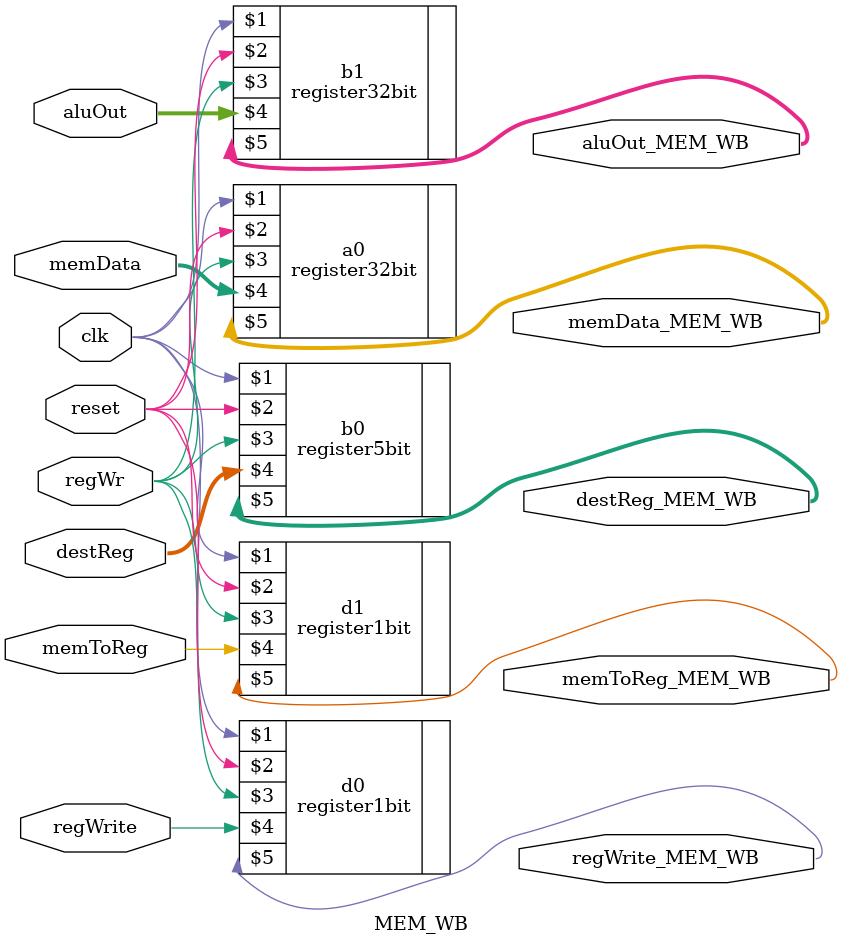
<source format=v>
module MEM_WB(input clk, input reset, input regWr, input memToReg, input regWrite, input [4:0] destReg, 
				  input [31:0] memData, input [31:0] aluOut, output memToReg_MEM_WB, output regWrite_MEM_WB, 
				  output [4:0] destReg_MEM_WB, output [31:0] memData_MEM_WB, output [31:0] aluOut_MEM_WB);
	//WRITE YOUR CODE HERE, NO NEED TO DEFINE NEW VARIABLES
	register1bit d0(clk,reset,regWr,regWrite,regWrite_MEM_WB);
    register1bit d1(clk,reset,regWr,memToReg,memToReg_MEM_WB);
	register5bit b0(clk,reset,regWr,destReg,destReg_MEM_WB);
	register32bit a0(clk,reset,regWr,memData,memData_MEM_WB);
	register32bit b1(clk,reset,regWr,aluOut,aluOut_MEM_WB);

endmodule

</source>
